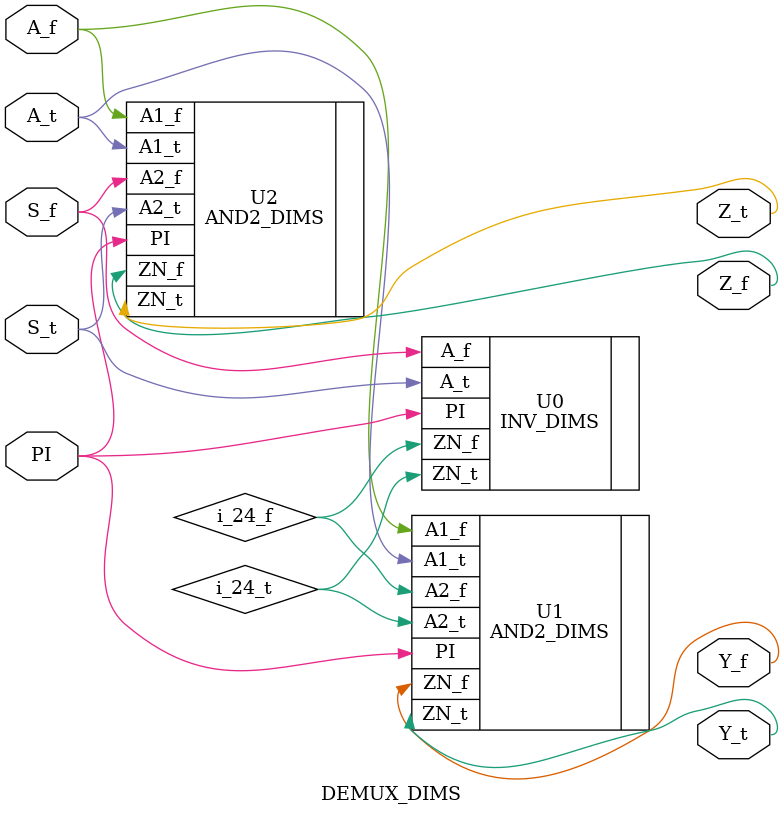
<source format=v>

module AOI211_DIMS ( A_f, A_t, B_f, B_t, C1_f, C1_t, C2_f, C2_t, ZN_f, ZN_t, PI);

  input PI;
  input A_f;
  input A_t;
  input B_f;
  input B_t;
  input C1_f;
  input C1_t;
  input C2_f;
  input C2_t;
  output ZN_f;
  output ZN_t;

  INV_DIMS U0( .ZN_f(ZN_f), .ZN_t(ZN_t), .A_f(i_18_f), .A_t(i_18_t), .PI(PI) );
  OR2_DIMS U1( .ZN_f(i_18_f), .ZN_t(i_18_t), .A1_f(i_19_f), .A1_t(i_19_t), .A2_f(A_f), .A2_t(A_t), .PI(PI) );
  OR2_DIMS U2( .ZN_f(i_19_f), .ZN_t(i_19_t), .A1_f(i_20_f), .A1_t(i_20_t), .A2_f(B_f), .A2_t(B_t), .PI(PI) );
  AND2_DIMS U3( .ZN_f(i_20_f), .ZN_t(i_20_t), .A1_f(C1_f), .A1_t(C1_t), .A2_f(C2_f), .A2_t(C2_t), .PI(PI) );

endmodule

module AOI21_DIMS ( A_f, A_t, B1_f, B1_t, B2_f, B2_t, ZN_f, ZN_t, PI);

  input PI;
  input A_f;
  input A_t;
  input B1_f;
  input B1_t;
  input B2_f;
  input B2_t;
  output ZN_f;
  output ZN_t;

  INV_DIMS U0( .ZN_f(ZN_f), .ZN_t(ZN_t), .A_f(i_12_f), .A_t(i_12_t), .PI(PI) );
  OR2_DIMS U1( .ZN_f(i_12_f), .ZN_t(i_12_t), .A1_f(A_f), .A1_t(A_t), .A2_f(i_13_f), .A2_t(i_13_t), .PI(PI) );
  AND2_DIMS U2( .ZN_f(i_13_f), .ZN_t(i_13_t), .A1_f(B1_f), .A1_t(B1_t), .A2_f(B2_f), .A2_t(B2_t), .PI(PI) );

endmodule

module AOI221_DIMS ( A_f, A_t, B1_f, B1_t, B2_f, B2_t, C1_f, C1_t, C2_f, C2_t, ZN_f, ZN_t, PI);

  input PI;
  input A_f;
  input A_t;
  input B1_f;
  input B1_t;
  input B2_f;
  input B2_t;
  input C1_f;
  input C1_t;
  input C2_f;
  input C2_t;
  output ZN_f;
  output ZN_t;

  INV_DIMS U0( .ZN_f(ZN_f), .ZN_t(ZN_t), .A_f(i_24_f), .A_t(i_24_t), .PI(PI) );
  OR2_DIMS U1( .ZN_f(i_24_f), .ZN_t(i_24_t), .A1_f(i_25_f), .A1_t(i_25_t), .A2_f(i_27_f), .A2_t(i_27_t), .PI(PI) );
  OR2_DIMS U2( .ZN_f(i_25_f), .ZN_t(i_25_t), .A1_f(i_26_f), .A1_t(i_26_t), .A2_f(A_f), .A2_t(A_t), .PI(PI) );
  AND2_DIMS U3( .ZN_f(i_26_f), .ZN_t(i_26_t), .A1_f(C1_f), .A1_t(C1_t), .A2_f(C2_f), .A2_t(C2_t), .PI(PI) );
  AND2_DIMS U4( .ZN_f(i_27_f), .ZN_t(i_27_t), .A1_f(B1_f), .A1_t(B1_t), .A2_f(B2_f), .A2_t(B2_t), .PI(PI) );

endmodule


module AOI222_DIMS ( A1_f, A1_t, A2_f, A2_t, B1_f, B1_t, B2_f, B2_t, C1_f, C1_t, C2_f, C2_t, ZN_f, ZN_t, PI);

  input PI;
  input A1_f;
  input A1_t;
  input A2_f;
  input A2_t;
  input B1_f;
  input B1_t;
  input B2_f;
  input B2_t;
  input C1_f;
  input C1_t;
  input C2_f;
  input C2_t;
  output ZN_f;
  output ZN_t;

  INV_DIMS U0( .ZN_f(ZN_f), .ZN_t(ZN_t), .A_f(i_30_f), .A_t(i_30_t), .PI(PI) );
  OR2_DIMS U1( .ZN_f(i_30_f), .ZN_t(i_30_t), .A1_f(i_31_f), .A1_t(i_31_t), .A2_f(i_34_f), .A2_t(i_34_t), .PI(PI) );
  OR2_DIMS U2( .ZN_f(i_31_f), .ZN_t(i_31_t), .A1_f(i_32_f), .A1_t(i_32_t), .A2_f(i_33_f), .A2_t(i_33_t), .PI(PI) );
  AND2_DIMS U3( .ZN_f(i_32_f), .ZN_t(i_32_t), .A1_f(A1_f), .A1_t(A1_t), .A2_f(A2_f), .A2_t(A2_t), .PI(PI) );
  AND2_DIMS U4( .ZN_f(i_33_f), .ZN_t(i_33_t), .A1_f(B1_f), .A1_t(B1_t), .A2_f(B2_f), .A2_t(B2_t), .PI(PI) );
  AND2_DIMS U5( .ZN_f(i_34_f), .ZN_t(i_34_t), .A1_f(C1_f), .A1_t(C1_t), .A2_f(C2_f), .A2_t(C2_t), .PI(PI) );

endmodule

module AOI22_DIMS ( A1_f, A1_t, A2_f, A2_t, B1_f, B1_t, B2_f, B2_t, ZN_f, ZN_t, PI);

  input PI;
  input A1_f;
  input A1_t;
  input A2_f;
  input A2_t;
  input B1_f;
  input B1_t;
  input B2_f;
  input B2_t;
  output ZN_f;
  output ZN_t;

  INV_DIMS U0( .ZN_f(ZN_f), .ZN_t(ZN_t), .A_f(i_18_f), .A_t(i_18_t), .PI(PI) );
  OR2_DIMS U1( .ZN_f(i_18_f), .ZN_t(i_18_t), .A1_f(i_19_f), .A1_t(i_19_t), .A2_f(i_20_f), .A2_t(i_20_t), .PI(PI) );
  AND2_DIMS U2( .ZN_f(i_19_f), .ZN_t(i_19_t), .A1_f(A1_f), .A1_t(A1_t), .A2_f(A2_f), .A2_t(A2_t), .PI(PI) );
  AND2_DIMS U3( .ZN_f(i_20_f), .ZN_t(i_20_t), .A1_f(B1_f), .A1_t(B1_t), .A2_f(B2_f), .A2_t(B2_t), .PI(PI) );

endmodule

module OAI211_DIMS ( A_f, A_t, B_f, B_t, C1_f, C1_t, C2_f, C2_t, ZN_f, ZN_t, PI);

  input PI;
  input A_f;
  input A_t;
  input B_f;
  input B_t;
  input C1_f;
  input C1_t;
  input C2_f;
  input C2_t;
  output ZN_f;
  output ZN_t;

  INV_DIMS U0( .ZN_f(ZN_f), .ZN_t(ZN_t), .A_f(i_18_f), .A_t(i_18_t), .PI(PI) );
  AND2_DIMS U1( .ZN_f(i_18_f), .ZN_t(i_18_t), .A1_f(i_19_f), .A1_t(i_19_t), .A2_f(B_f), .A2_t(B_t), .PI(PI) );
  AND2_DIMS U2( .ZN_f(i_19_f), .ZN_t(i_19_t), .A1_f(i_20_f), .A1_t(i_20_t), .A2_f(A_f), .A2_t(A_t), .PI(PI) );
  OR2_DIMS U3( .ZN_f(i_20_f), .ZN_t(i_20_t), .A1_f(C1_f), .A1_t(C1_t), .A2_f(C2_f), .A2_t(C2_t), .PI(PI) );

endmodule

module OAI21_DIMS ( A_f, A_t, B1_f, B1_t, B2_f, B2_t, ZN_f, ZN_t, PI);

  input PI;
  input A_f;
  input A_t;
  input B1_f;
  input B1_t;
  input B2_f;
  input B2_t;
  output ZN_f;
  output ZN_t;

  INV_DIMS U0( .ZN_f(ZN_f), .ZN_t(ZN_t), .A_f(i_12_f), .A_t(i_12_t), .PI(PI) );
  AND2_DIMS U1( .ZN_f(i_12_f), .ZN_t(i_12_t), .A1_f(A_f), .A1_t(A_t), .A2_f(i_13_f), .A2_t(i_13_t), .PI(PI) );
  OR2_DIMS U2( .ZN_f(i_13_f), .ZN_t(i_13_t), .A1_f(B1_f), .A1_t(B1_t), .A2_f(B2_f), .A2_t(B2_t), .PI(PI) );

endmodule

module OAI221_DIMS ( A_f, A_t, B1_f, B1_t, B2_f, B2_t, C1_f, C1_t, C2_f, C2_t, ZN_f, ZN_t, PI);

  input PI;
  input A_f;
  input A_t;
  input B1_f;
  input B1_t;
  input B2_f;
  input B2_t;
  input C1_f;
  input C1_t;
  input C2_f;
  input C2_t;
  output ZN_f;
  output ZN_t;

  INV_DIMS U0( .ZN_f(ZN_f), .ZN_t(ZN_t), .A_f(i_24_f), .A_t(i_24_t), .PI(PI) );
  AND2_DIMS U1( .ZN_f(i_24_f), .ZN_t(i_24_t), .A1_f(i_25_f), .A1_t(i_25_t), .A2_f(i_27_f), .A2_t(i_27_t), .PI(PI) );
  AND2_DIMS U2( .ZN_f(i_25_f), .ZN_t(i_25_t), .A1_f(i_26_f), .A1_t(i_26_t), .A2_f(A_f), .A2_t(A_t), .PI(PI) );
  OR2_DIMS U3( .ZN_f(i_26_f), .ZN_t(i_26_t), .A1_f(C1_f), .A1_t(C1_t), .A2_f(C2_f), .A2_t(C2_t), .PI(PI) );
  OR2_DIMS U4( .ZN_f(i_27_f), .ZN_t(i_27_t), .A1_f(B1_f), .A1_t(B1_t), .A2_f(B2_f), .A2_t(B2_t), .PI(PI) );

endmodule

module OAI222_DIMS ( A1_f, A1_t, A2_f, A2_t, B1_f, B1_t, B2_f, B2_t, C1_f, C1_t, C2_f, C2_t, ZN_f, ZN_t, PI);

  input PI;
  input A1_f;
  input A1_t;
  input A2_f;
  input A2_t;
  input B1_f;
  input B1_t;
  input B2_f;
  input B2_t;
  input C1_f;
  input C1_t;
  input C2_f;
  input C2_t;
  output ZN_f;
  output ZN_t;

  INV_DIMS U0( .ZN_f(ZN_f), .ZN_t(ZN_t), .A_f(i_30_f), .A_t(i_30_t), .PI(PI) );
  AND2_DIMS U1( .ZN_f(i_30_f), .ZN_t(i_30_t), .A1_f(i_31_f), .A1_t(i_31_t), .A2_f(i_34_f), .A2_t(i_34_t), .PI(PI) );
  AND2_DIMS U2( .ZN_f(i_31_f), .ZN_t(i_31_t), .A1_f(i_32_f), .A1_t(i_32_t), .A2_f(i_33_f), .A2_t(i_33_t), .PI(PI) );
  OR2_DIMS U3( .ZN_f(i_32_f), .ZN_t(i_32_t), .A1_f(A1_f), .A1_t(A1_t), .A2_f(A2_f), .A2_t(A2_t), .PI(PI) );
  OR2_DIMS U4( .ZN_f(i_33_f), .ZN_t(i_33_t), .A1_f(B1_f), .A1_t(B1_t), .A2_f(B2_f), .A2_t(B2_t), .PI(PI) );
  OR2_DIMS U5( .ZN_f(i_34_f), .ZN_t(i_34_t), .A1_f(C1_f), .A1_t(C1_t), .A2_f(C2_f), .A2_t(C2_t), .PI(PI) );

endmodule

module OAI22_DIMS ( A1_f, A1_t, A2_f, A2_t, B1_f, B1_t, B2_f, B2_t, ZN_f, ZN_t, PI);

  input PI;
  input A1_f;
  input A1_t;
  input A2_f;
  input A2_t;
  input B1_f;
  input B1_t;
  input B2_f;
  input B2_t;
  output ZN_f;
  output ZN_t;

  INV_DIMS U0( .ZN_f(ZN_f), .ZN_t(ZN_t), .A_f(i_18_f), .A_t(i_18_t), .PI(PI) );
  AND2_DIMS U1( .ZN_f(i_18_f), .ZN_t(i_18_t), .A1_f(i_19_f), .A1_t(i_19_t), .A2_f(i_20_f), .A2_t(i_20_t), .PI(PI) );
  OR2_DIMS U2( .ZN_f(i_19_f), .ZN_t(i_19_t), .A1_f(A1_f), .A1_t(A1_t), .A2_f(A2_f), .A2_t(A2_t), .PI(PI) );
  OR2_DIMS U3( .ZN_f(i_20_f), .ZN_t(i_20_t), .A1_f(B1_f), .A1_t(B1_t), .A2_f(B2_f), .A2_t(B2_t), .PI(PI) );

endmodule

module OAI33_DIMS ( A1_f, A1_t, A2_f, A2_t, A3_f, A3_t, B1_f, B1_t, B2_f, B2_t, B3_f, B3_t, ZN_f, ZN_t, PI);

  input PI;
  input A1_f;
  input A1_t;
  input A2_f;
  input A2_t;
  input A3_f;
  input A3_t;
  input B1_f;
  input B1_t;
  input B2_f;
  input B2_t;
  input B3_f;
  input B3_t;
  output ZN_f;
  output ZN_t;

  INV_DIMS U0( .ZN_f(ZN_f), .ZN_t(ZN_t), .A_f(i_30_f), .A_t(i_30_t), .PI(PI) );
  AND2_DIMS U1( .ZN_f(i_30_f), .ZN_t(i_30_t), .A1_f(i_31_f), .A1_t(i_31_t), .A2_f(i_33_f), .A2_t(i_33_t), .PI(PI) );
  OR2_DIMS U2( .ZN_f(i_31_f), .ZN_t(i_31_t), .A1_f(i_32_f), .A1_t(i_32_t), .A2_f(A3_f), .A2_t(A3_t), .PI(PI) );
  OR2_DIMS U3( .ZN_f(i_32_f), .ZN_t(i_32_t), .A1_f(A1_f), .A1_t(A1_t), .A2_f(A2_f), .A2_t(A2_t), .PI(PI) );
  OR2_DIMS U4( .ZN_f(i_33_f), .ZN_t(i_33_t), .A1_f(i_34_f), .A1_t(i_34_t), .A2_f(B3_f), .A2_t(B3_t), .PI(PI) );
  OR2_DIMS U5( .ZN_f(i_34_f), .ZN_t(i_34_t), .A1_f(B1_f), .A1_t(B1_t), .A2_f(B2_f), .A2_t(B2_t), .PI(PI) );

endmodule

module HA_DIMS ( A_f, A_t, B_f, B_t, CO_f, CO_t, S_f, S_t, PI);

  input PI;
  input A_f;
  input A_t;
  input B_f;
  input B_t;
  output CO_f;
  output CO_t;
  output S_f;
  output S_t;

  AND2_DIMS U0( .ZN_f(CO_f), .ZN_t(CO_t), .A1_f(A_f), .A1_t(A_t), .A2_f(B_f), .A2_t(B_t), .PI(PI) );
  XOR2_DIMS U1( .Z_f(S_f), .Z_t(S_t), .A_f(A_f), .A_t(A_t), .B_f(B_f), .B_t(B_t), .PI(PI) );

endmodule

module FA_DIMS ( A_f, A_t, B_f, B_t, CI_f, CI_t, CO_f, CO_t, S_f, S_t, PI);

  input PI;
  input A_f;
  input A_t;
  input B_f;
  input B_t;
  input CI_f;
  input CI_t;
  output CO_f;
  output CO_t;
  output S_f;
  output S_t;

  OR2_DIMS U0( .ZN_f(CO_f), .ZN_t(CO_t), .A1_f(i_24_f), .A1_t(i_24_t), .A2_f(i_25_f), .A2_t(i_25_t), .PI(PI) );
  AND2_DIMS U1( .ZN_f(i_24_f), .ZN_t(i_24_t), .A1_f(A_f), .A1_t(A_t), .A2_f(B_f), .A2_t(B_t), .PI(PI) );
  AND2_DIMS U2( .ZN_f(i_25_f), .ZN_t(i_25_t), .A1_f(CI_f), .A1_t(CI_t), .A2_f(i_26_f), .A2_t(i_26_t), .PI(PI) );
  OR2_DIMS U3( .ZN_f(i_26_f), .ZN_t(i_26_t), .A1_f(A_f), .A1_t(A_t), .A2_f(B_f), .A2_t(B_t), .PI(PI) );
  XOR2_DIMS U4( .Z_f(S_f), .Z_t(S_t), .A_f(CI_f), .A_t(CI_t), .B_f(i_30_f), .B_t(i_30_t), .PI(PI) );
  XOR2_DIMS U5( .Z_f(i_30_f), .Z_t(i_30_t), .A_f(A_f), .A_t(A_t), .B_f(B_f), .B_t(B_t), .PI(PI) );

endmodule

module MUX_DIMS (A_f, A_t, B_f, B_t, S_f, S_t, Z_f, Z_t, PI); 

  input A_f;
  input A_t;
  input B_f;
  input B_t;
  input S_f;
  input S_t;
  output Z_f;
  output Z_t;
  input PI;

INV_DIMS U0(.ZN_f(i_24_f), .ZN_t(i_24_t), .A_f(S_f), .A_t(S_t), .PI(PI) ); 
AND2_DIMS U1(.ZN_f(i_25_f), .ZN_t(i_25_t), .A1_f(A_f), .A1_t(A_t), .A2_f(i_24_f), .A2_t(i_24_t), .PI(PI)  ); 
AND2_DIMS U2(.ZN_f(i_26_f), .ZN_t(i_26_t), .A1_f(B_f), .A1_t(B_t), .A2_f(S_f), .A2_t(S_t), .PI(PI) ); 
OR2_DIMS U3(.ZN_f(Z_f), .ZN_t(Z_t), .A1_f(i_25_f), .A1_t(i_25_t), .A2_f(i_26_f), .A2_t(i_26_t), .PI(PI) ); 

endmodule

module DEMUX_DIMS (A_f, A_t, S_f, S_t, Y_f, Y_t, Z_f, Z_t, PI); 

  input A_f;
  input A_t;
  input S_f;
  input S_t;
  output Y_f;
  output Y_t;
  output Z_f;
  output Z_t;
  input PI;

INV_DIMS U0(.ZN_f(i_24_f), .ZN_t(i_24_t), .A_f(S_f), .A_t(S_t), .PI(PI) ); 
AND2_DIMS U1(.ZN_f(Y_f), .ZN_t(Y_t), .A1_f(A_f), .A1_t(A_t), .A2_f(i_24_f), .A2_t(i_24_t), .PI(PI) ); 
AND2_DIMS U2(.ZN_f(Z_f), .ZN_t(Z_t), .A1_f(A_f), .A1_t(A_t), .A2_f(S_f), .A2_t(S_t), .PI(PI) ); 

endmodule




</source>
